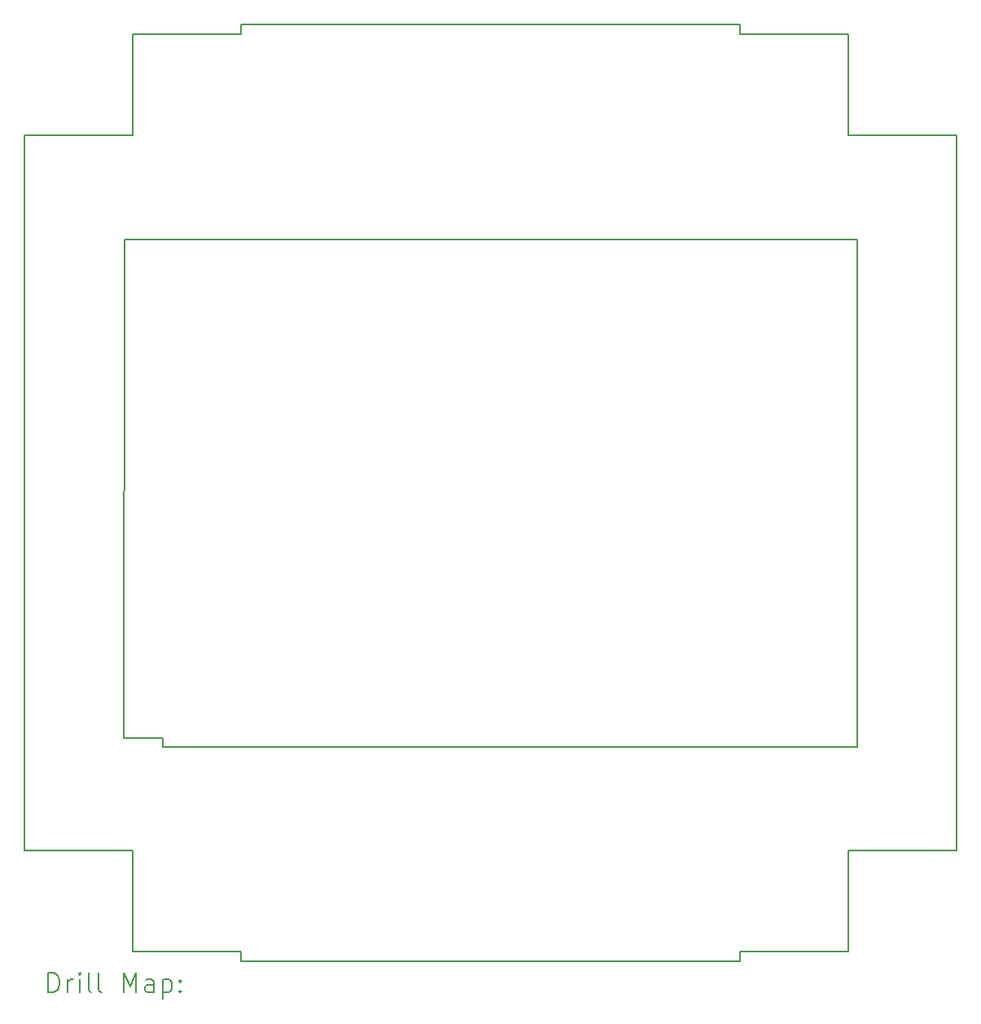
<source format=gbr>
%TF.GenerationSoftware,KiCad,Pcbnew,9.0.1*%
%TF.CreationDate,2025-04-07T03:54:43-07:00*%
%TF.ProjectId,Coil_Panel_Z,436f696c-5f50-4616-9e65-6c5f5a2e6b69,1.1*%
%TF.SameCoordinates,Original*%
%TF.FileFunction,Drillmap*%
%TF.FilePolarity,Positive*%
%FSLAX45Y45*%
G04 Gerber Fmt 4.5, Leading zero omitted, Abs format (unit mm)*
G04 Created by KiCad (PCBNEW 9.0.1) date 2025-04-07 03:54:43*
%MOMM*%
%LPD*%
G01*
G04 APERTURE LIST*
%ADD10C,0.200000*%
G04 APERTURE END LIST*
D10*
X11127600Y-5151560D02*
X10000200Y-5151560D01*
X17442200Y-4100000D02*
X17442200Y-4000000D01*
X18259210Y-11502148D02*
X11438138Y-11502148D01*
X18259210Y-11502148D02*
X18659210Y-11502148D01*
X12255000Y-4100000D02*
X11127600Y-4100000D01*
X11038746Y-6631124D02*
X11038746Y-6231124D01*
X11127600Y-4100000D02*
X11127600Y-5151560D01*
X17442000Y-13732880D02*
X17442000Y-13632880D01*
X11438746Y-6231124D02*
X18259210Y-6231124D01*
X18569600Y-5151560D02*
X18569600Y-4100000D01*
X17442200Y-4000000D02*
X12255000Y-4000000D01*
X11438138Y-11502148D02*
X11438138Y-11415254D01*
X12254800Y-13732880D02*
X17442000Y-13732880D01*
X12254800Y-13632880D02*
X12254800Y-13732880D01*
X17442000Y-13632880D02*
X18569400Y-13632880D01*
X11438138Y-11415254D02*
X11038138Y-11415254D01*
X11127400Y-12581320D02*
X11127400Y-13632880D01*
X18259210Y-6231124D02*
X18659210Y-6231124D01*
X10000200Y-5151560D02*
X10000000Y-12581320D01*
X12255000Y-4000000D02*
X12255000Y-4100000D01*
X18569400Y-13632880D02*
X18569400Y-12581320D01*
X18569600Y-4100000D02*
X17442200Y-4100000D01*
X11038138Y-11102148D02*
X11038746Y-6631124D01*
X19697000Y-5151560D02*
X18569600Y-5151560D01*
X11038138Y-11415254D02*
X11038138Y-11102148D01*
X18659210Y-6231124D02*
X18659210Y-11502148D01*
X19696800Y-12581320D02*
X19697000Y-5151560D01*
X11438746Y-6231124D02*
X11038746Y-6231124D01*
X10000000Y-12581320D02*
X11127400Y-12581320D01*
X18569400Y-12581320D02*
X19696800Y-12581320D01*
X11127400Y-13632880D02*
X12254800Y-13632880D01*
X10250777Y-14054364D02*
X10250777Y-13854364D01*
X10250777Y-13854364D02*
X10298396Y-13854364D01*
X10298396Y-13854364D02*
X10326967Y-13863888D01*
X10326967Y-13863888D02*
X10346015Y-13882935D01*
X10346015Y-13882935D02*
X10355539Y-13901983D01*
X10355539Y-13901983D02*
X10365063Y-13940078D01*
X10365063Y-13940078D02*
X10365063Y-13968649D01*
X10365063Y-13968649D02*
X10355539Y-14006745D01*
X10355539Y-14006745D02*
X10346015Y-14025792D01*
X10346015Y-14025792D02*
X10326967Y-14044840D01*
X10326967Y-14044840D02*
X10298396Y-14054364D01*
X10298396Y-14054364D02*
X10250777Y-14054364D01*
X10450777Y-14054364D02*
X10450777Y-13921030D01*
X10450777Y-13959126D02*
X10460301Y-13940078D01*
X10460301Y-13940078D02*
X10469824Y-13930554D01*
X10469824Y-13930554D02*
X10488872Y-13921030D01*
X10488872Y-13921030D02*
X10507920Y-13921030D01*
X10574586Y-14054364D02*
X10574586Y-13921030D01*
X10574586Y-13854364D02*
X10565063Y-13863888D01*
X10565063Y-13863888D02*
X10574586Y-13873411D01*
X10574586Y-13873411D02*
X10584110Y-13863888D01*
X10584110Y-13863888D02*
X10574586Y-13854364D01*
X10574586Y-13854364D02*
X10574586Y-13873411D01*
X10698396Y-14054364D02*
X10679348Y-14044840D01*
X10679348Y-14044840D02*
X10669824Y-14025792D01*
X10669824Y-14025792D02*
X10669824Y-13854364D01*
X10803158Y-14054364D02*
X10784110Y-14044840D01*
X10784110Y-14044840D02*
X10774586Y-14025792D01*
X10774586Y-14025792D02*
X10774586Y-13854364D01*
X11031729Y-14054364D02*
X11031729Y-13854364D01*
X11031729Y-13854364D02*
X11098396Y-13997221D01*
X11098396Y-13997221D02*
X11165063Y-13854364D01*
X11165063Y-13854364D02*
X11165063Y-14054364D01*
X11346015Y-14054364D02*
X11346015Y-13949602D01*
X11346015Y-13949602D02*
X11336491Y-13930554D01*
X11336491Y-13930554D02*
X11317443Y-13921030D01*
X11317443Y-13921030D02*
X11279348Y-13921030D01*
X11279348Y-13921030D02*
X11260301Y-13930554D01*
X11346015Y-14044840D02*
X11326967Y-14054364D01*
X11326967Y-14054364D02*
X11279348Y-14054364D01*
X11279348Y-14054364D02*
X11260301Y-14044840D01*
X11260301Y-14044840D02*
X11250777Y-14025792D01*
X11250777Y-14025792D02*
X11250777Y-14006745D01*
X11250777Y-14006745D02*
X11260301Y-13987697D01*
X11260301Y-13987697D02*
X11279348Y-13978173D01*
X11279348Y-13978173D02*
X11326967Y-13978173D01*
X11326967Y-13978173D02*
X11346015Y-13968649D01*
X11441253Y-13921030D02*
X11441253Y-14121030D01*
X11441253Y-13930554D02*
X11460301Y-13921030D01*
X11460301Y-13921030D02*
X11498396Y-13921030D01*
X11498396Y-13921030D02*
X11517443Y-13930554D01*
X11517443Y-13930554D02*
X11526967Y-13940078D01*
X11526967Y-13940078D02*
X11536491Y-13959126D01*
X11536491Y-13959126D02*
X11536491Y-14016268D01*
X11536491Y-14016268D02*
X11526967Y-14035316D01*
X11526967Y-14035316D02*
X11517443Y-14044840D01*
X11517443Y-14044840D02*
X11498396Y-14054364D01*
X11498396Y-14054364D02*
X11460301Y-14054364D01*
X11460301Y-14054364D02*
X11441253Y-14044840D01*
X11622205Y-14035316D02*
X11631729Y-14044840D01*
X11631729Y-14044840D02*
X11622205Y-14054364D01*
X11622205Y-14054364D02*
X11612682Y-14044840D01*
X11612682Y-14044840D02*
X11622205Y-14035316D01*
X11622205Y-14035316D02*
X11622205Y-14054364D01*
X11622205Y-13930554D02*
X11631729Y-13940078D01*
X11631729Y-13940078D02*
X11622205Y-13949602D01*
X11622205Y-13949602D02*
X11612682Y-13940078D01*
X11612682Y-13940078D02*
X11622205Y-13930554D01*
X11622205Y-13930554D02*
X11622205Y-13949602D01*
M02*

</source>
